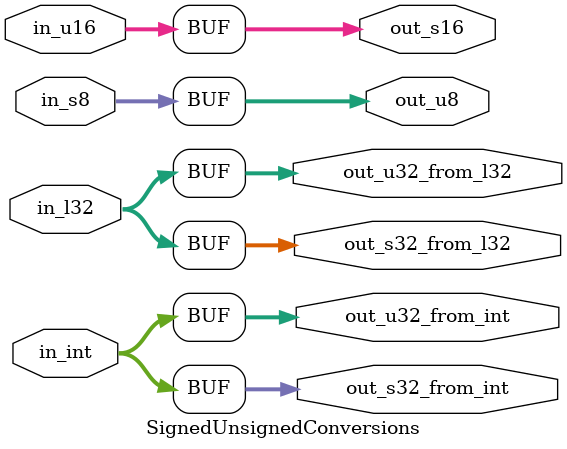
<source format=sv>
module SignedUnsignedConversions (
    input integer in_int,
    input logic [31:0] in_l32,
    input logic signed [7:0] in_s8,
    input logic [15:0] in_u16,
    output logic signed [15:0] out_s16,
    output logic signed [31:0] out_s32_from_int,
    output logic signed [31:0] out_s32_from_l32,
    output logic [31:0] out_u32_from_int,
    output logic [31:0] out_u32_from_l32,
    output logic [7:0] out_u8
);
    always_comb begin
        out_u8 = $unsigned(in_s8);
        out_s16 = $signed(in_u16);
        out_s32_from_l32 = $signed(in_l32);
        out_u32_from_l32 = $unsigned(in_l32);
        out_s32_from_int = $signed(in_int);
        out_u32_from_int = $unsigned(in_int);
    end
endmodule


</source>
